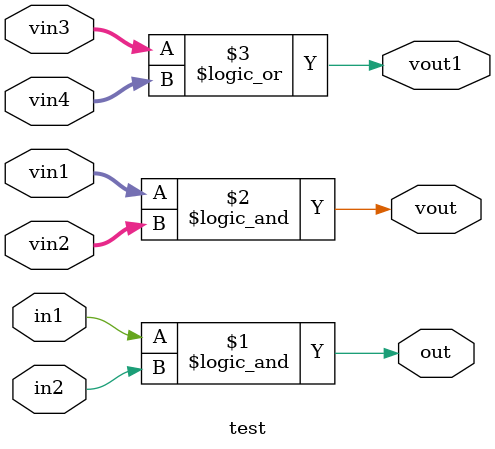
<source format=v>
module test(in1, in2, vin1, vin2, out, vout, vin3, vin4, vout1 );
input in1, in2;
input [1:0] vin1;
input [3:0] vin2;
input [1:0] vin3;
input [3:0] vin4;
output vout, vout1;
output out;

assign out = in1 && in2;
assign vout = vin1 && vin2;
assign vout1 = vin3 || vin4;
endmodule

</source>
